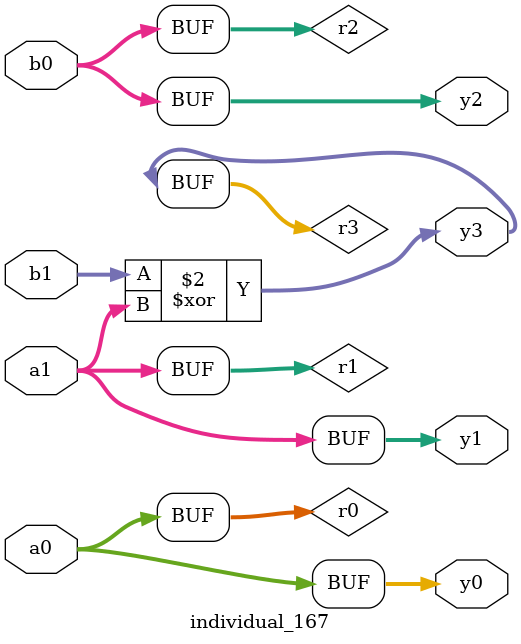
<source format=sv>
module individual_167(input logic [15:0] a1, input logic [15:0] a0, input logic [15:0] b1, input logic [15:0] b0, output logic [15:0] y3, output logic [15:0] y2, output logic [15:0] y1, output logic [15:0] y0);
logic [15:0] r0, r1, r2, r3; 
 always@(*) begin 
	 r0 = a0; r1 = a1; r2 = b0; r3 = b1; 
 	 r3  ^=  a1 ;
 	 y3 = r3; y2 = r2; y1 = r1; y0 = r0; 
end
endmodule
</source>
